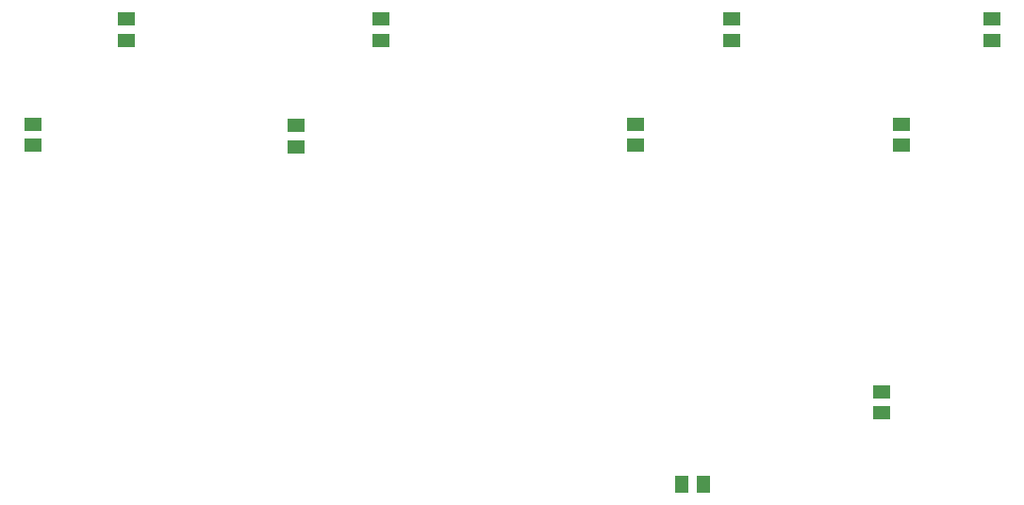
<source format=gbr>
%TF.GenerationSoftware,KiCad,Pcbnew,7.0.1*%
%TF.CreationDate,2023-06-06T13:02:27-04:00*%
%TF.ProjectId,nixie,6e697869-652e-46b6-9963-61645f706362,rev?*%
%TF.SameCoordinates,Original*%
%TF.FileFunction,Paste,Bot*%
%TF.FilePolarity,Positive*%
%FSLAX46Y46*%
G04 Gerber Fmt 4.6, Leading zero omitted, Abs format (unit mm)*
G04 Created by KiCad (PCBNEW 7.0.1) date 2023-06-06 13:02:27*
%MOMM*%
%LPD*%
G01*
G04 APERTURE LIST*
%ADD10R,1.500000X1.300000*%
%ADD11R,1.300000X1.500000*%
G04 APERTURE END LIST*
D10*
%TO.C,C1*%
X110998000Y-106934000D03*
X110998000Y-105034000D03*
%TD*%
%TO.C,C4*%
X188976000Y-106934000D03*
X188976000Y-105034000D03*
%TD*%
%TO.C,C2*%
X134620000Y-107056000D03*
X134620000Y-105156000D03*
%TD*%
%TO.C,R3*%
X173736000Y-95570000D03*
X173736000Y-97470000D03*
%TD*%
%TO.C,C3*%
X165100000Y-106934000D03*
X165100000Y-105034000D03*
%TD*%
%TO.C,C5*%
X187198000Y-130987800D03*
X187198000Y-129087800D03*
%TD*%
%TO.C,R2*%
X142240000Y-95570000D03*
X142240000Y-97470000D03*
%TD*%
%TO.C,R4*%
X197104000Y-95570000D03*
X197104000Y-97470000D03*
%TD*%
%TO.C,R1*%
X119380000Y-95570000D03*
X119380000Y-97470000D03*
%TD*%
D11*
%TO.C,C7*%
X171196000Y-137414000D03*
X169296000Y-137414000D03*
%TD*%
M02*

</source>
